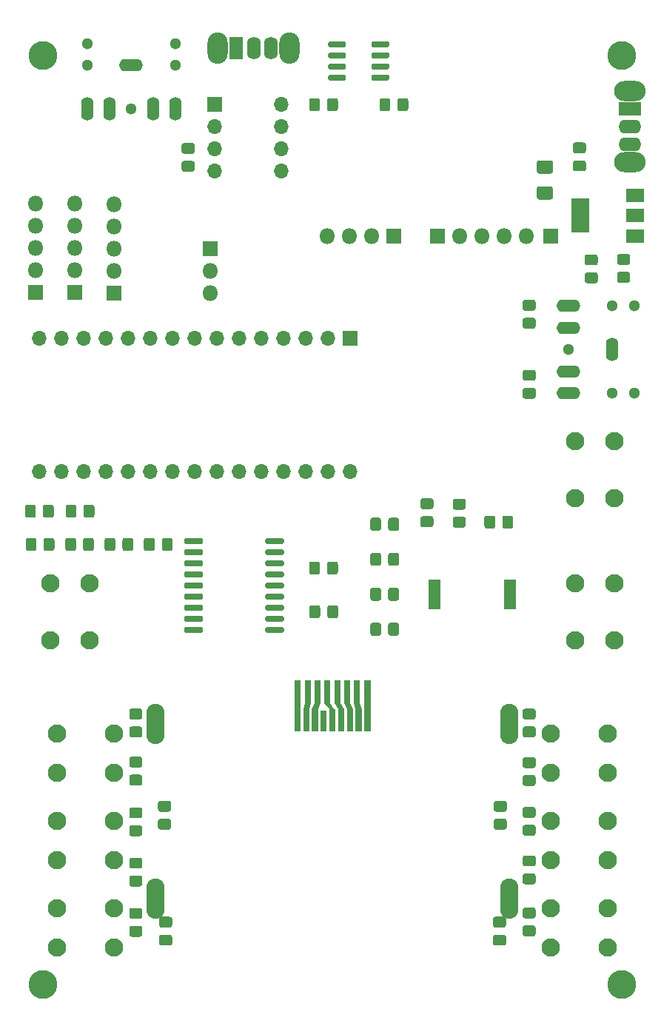
<source format=gbr>
%TF.GenerationSoftware,KiCad,Pcbnew,(5.1.6)-1*%
%TF.CreationDate,2021-02-27T16:06:52+00:00*%
%TF.ProjectId,FT817_buddy_v4,46543831-375f-4627-9564-64795f76342e,rev?*%
%TF.SameCoordinates,Original*%
%TF.FileFunction,Soldermask,Top*%
%TF.FilePolarity,Negative*%
%FSLAX46Y46*%
G04 Gerber Fmt 4.6, Leading zero omitted, Abs format (unit mm)*
G04 Created by KiCad (PCBNEW (5.1.6)-1) date 2021-02-27 16:06:52*
%MOMM*%
%LPD*%
G01*
G04 APERTURE LIST*
%ADD10O,1.800000X1.800000*%
%ADD11R,1.800000X1.800000*%
%ADD12O,1.408000X2.716000*%
%ADD13O,2.716000X1.408000*%
%ADD14C,1.300000*%
%ADD15O,1.700000X1.700000*%
%ADD16R,1.700000X1.700000*%
%ADD17C,3.300000*%
%ADD18C,0.100000*%
%ADD19C,1.600000*%
%ADD20R,0.700000X2.400000*%
%ADD21O,2.100000X4.600000*%
%ADD22R,1.400000X3.500000*%
%ADD23C,2.100000*%
%ADD24O,3.600000X2.300000*%
%ADD25O,2.600000X1.600000*%
%ADD26R,2.600000X1.600000*%
%ADD27O,2.300000X3.600000*%
%ADD28O,1.600000X2.600000*%
%ADD29R,1.600000X2.600000*%
%ADD30R,2.100000X1.600000*%
%ADD31R,2.100000X3.900000*%
G04 APERTURE END LIST*
D10*
%TO.C,J9*%
X136000000Y-45340000D03*
X136000000Y-47880000D03*
X136000000Y-50420000D03*
X136000000Y-52960000D03*
D11*
X136000000Y-55500000D03*
%TD*%
%TO.C,J7*%
X145000000Y-55540000D03*
D10*
X145000000Y-53000000D03*
X145000000Y-50460000D03*
X145000000Y-47920000D03*
X145000000Y-45380000D03*
%TD*%
%TO.C,J8*%
X140500000Y-45320000D03*
X140500000Y-47860000D03*
X140500000Y-50400000D03*
X140500000Y-52940000D03*
D11*
X140500000Y-55480000D03*
%TD*%
D12*
%TO.C,J3*%
X202000000Y-62000000D03*
D13*
X197000000Y-57000000D03*
X197000000Y-59500000D03*
X197000000Y-64500000D03*
X197000000Y-67000000D03*
D14*
X204500000Y-67000000D03*
X202000000Y-67000000D03*
X197000000Y-62000000D03*
X204500000Y-57000000D03*
X202000000Y-57000000D03*
%TD*%
D15*
%TO.C,A1*%
X136440000Y-76000000D03*
X136440000Y-60760000D03*
X172000000Y-76000000D03*
X138980000Y-60760000D03*
X169460000Y-76000000D03*
X141520000Y-60760000D03*
X166920000Y-76000000D03*
X144060000Y-60760000D03*
X164380000Y-76000000D03*
X146600000Y-60760000D03*
X161840000Y-76000000D03*
X149140000Y-60760000D03*
X159300000Y-76000000D03*
X151680000Y-60760000D03*
X156760000Y-76000000D03*
X154220000Y-60760000D03*
X154220000Y-76000000D03*
X156760000Y-60760000D03*
X151680000Y-76000000D03*
X159300000Y-60760000D03*
X149140000Y-76000000D03*
X161840000Y-60760000D03*
X146600000Y-76000000D03*
X164380000Y-60760000D03*
X144060000Y-76000000D03*
X166920000Y-60760000D03*
X141520000Y-76000000D03*
X169460000Y-60760000D03*
X138980000Y-76000000D03*
D16*
X172000000Y-60760000D03*
%TD*%
D10*
%TO.C,J6*%
X156000000Y-55580000D03*
X156000000Y-53040000D03*
D11*
X156000000Y-50500000D03*
%TD*%
D17*
%TO.C,REF\u002A\u002A*%
X136900000Y-28400000D03*
%TD*%
%TO.C,REF\u002A\u002A*%
X203100000Y-28400000D03*
%TD*%
%TO.C,REF\u002A\u002A*%
X203100000Y-134600000D03*
%TD*%
%TO.C,REF\u002A\u002A*%
X136900000Y-134600000D03*
%TD*%
D11*
%TO.C,J5*%
X195000000Y-49000000D03*
%TD*%
D10*
%TO.C,U2*%
X169380000Y-49000000D03*
X171920000Y-49000000D03*
X174460000Y-49000000D03*
D11*
X177000000Y-49000000D03*
%TD*%
D18*
%TO.C,U4*%
G36*
X174309755Y-99800961D02*
G01*
X174319134Y-99803806D01*
X174327779Y-99808427D01*
X174335355Y-99814645D01*
X174341573Y-99822221D01*
X174346194Y-99830866D01*
X174349039Y-99840245D01*
X174350000Y-99850000D01*
X174350000Y-105650000D01*
X174349039Y-105659755D01*
X174346194Y-105669134D01*
X174341573Y-105677779D01*
X174335355Y-105685355D01*
X174327779Y-105691573D01*
X174319134Y-105696194D01*
X174309755Y-105699039D01*
X174300000Y-105700000D01*
X173700000Y-105700000D01*
X173690245Y-105699039D01*
X173680866Y-105696194D01*
X173672221Y-105691573D01*
X173664645Y-105685355D01*
X173658427Y-105677779D01*
X173653806Y-105669134D01*
X173650961Y-105659755D01*
X173650000Y-105650000D01*
X173650000Y-99850000D01*
X173650961Y-99840245D01*
X173653806Y-99830866D01*
X173658427Y-99822221D01*
X173664645Y-99814645D01*
X173672221Y-99808427D01*
X173680866Y-99803806D01*
X173690245Y-99800961D01*
X173700000Y-99800000D01*
X174300000Y-99800000D01*
X174309755Y-99800961D01*
G37*
G36*
X173109755Y-99800961D02*
G01*
X173119134Y-99803806D01*
X173127779Y-99808427D01*
X173135355Y-99814645D01*
X173141573Y-99822221D01*
X173146194Y-99830866D01*
X173149039Y-99840245D01*
X173150000Y-99850000D01*
X173150000Y-102442998D01*
X173348076Y-103136264D01*
X173350000Y-103150000D01*
X173350000Y-105650000D01*
X173349039Y-105659755D01*
X173346194Y-105669134D01*
X173341573Y-105677779D01*
X173335355Y-105685355D01*
X173327779Y-105691573D01*
X173319134Y-105696194D01*
X173309755Y-105699039D01*
X173300000Y-105700000D01*
X172700000Y-105700000D01*
X172690245Y-105699039D01*
X172680866Y-105696194D01*
X172672221Y-105691573D01*
X172664645Y-105685355D01*
X172658427Y-105677779D01*
X172653806Y-105669134D01*
X172650961Y-105659755D01*
X172650000Y-105650000D01*
X172650000Y-103157002D01*
X172451924Y-102463736D01*
X172450000Y-102450000D01*
X172450000Y-99850000D01*
X172450961Y-99840245D01*
X172453806Y-99830866D01*
X172458427Y-99822221D01*
X172464645Y-99814645D01*
X172472221Y-99808427D01*
X172480866Y-99803806D01*
X172490245Y-99800961D01*
X172500000Y-99800000D01*
X173100000Y-99800000D01*
X173109755Y-99800961D01*
G37*
G36*
X172009755Y-99800961D02*
G01*
X172019134Y-99803806D01*
X172027779Y-99808427D01*
X172035355Y-99814645D01*
X172041573Y-99822221D01*
X172046194Y-99830866D01*
X172049039Y-99840245D01*
X172050000Y-99850000D01*
X172050000Y-102439738D01*
X172345957Y-103130304D01*
X172348917Y-103139648D01*
X172350000Y-103150000D01*
X172350000Y-105650000D01*
X172349039Y-105659755D01*
X172346194Y-105669134D01*
X172341573Y-105677779D01*
X172335355Y-105685355D01*
X172327779Y-105691573D01*
X172319134Y-105696194D01*
X172309755Y-105699039D01*
X172300000Y-105700000D01*
X171700000Y-105700000D01*
X171690245Y-105699039D01*
X171680866Y-105696194D01*
X171672221Y-105691573D01*
X171664645Y-105685355D01*
X171658427Y-105677779D01*
X171653806Y-105669134D01*
X171650961Y-105659755D01*
X171650000Y-105650000D01*
X171650000Y-103150000D01*
X171650961Y-103140245D01*
X171653806Y-103130866D01*
X171658427Y-103122221D01*
X171664645Y-103114645D01*
X171672221Y-103108427D01*
X171680866Y-103103806D01*
X171690245Y-103100961D01*
X171700000Y-103100000D01*
X171713841Y-103100000D01*
X171356588Y-102474807D01*
X171352582Y-102465861D01*
X171350399Y-102456306D01*
X171350000Y-102450000D01*
X171350000Y-99850000D01*
X171350961Y-99840245D01*
X171353806Y-99830866D01*
X171358427Y-99822221D01*
X171364645Y-99814645D01*
X171372221Y-99808427D01*
X171380866Y-99803806D01*
X171390245Y-99800961D01*
X171400000Y-99800000D01*
X172000000Y-99800000D01*
X172009755Y-99800961D01*
G37*
G36*
X170909755Y-99800961D02*
G01*
X170919134Y-99803806D01*
X170927779Y-99808427D01*
X170935355Y-99814645D01*
X170941573Y-99822221D01*
X170946194Y-99830866D01*
X170949039Y-99840245D01*
X170950000Y-99850000D01*
X170950000Y-102436722D01*
X171343412Y-103125193D01*
X171347418Y-103134139D01*
X171349601Y-103143694D01*
X171350000Y-103150000D01*
X171350000Y-105650000D01*
X171349039Y-105659755D01*
X171346194Y-105669134D01*
X171341573Y-105677779D01*
X171335355Y-105685355D01*
X171327779Y-105691573D01*
X171319134Y-105696194D01*
X171309755Y-105699039D01*
X171300000Y-105700000D01*
X170700000Y-105700000D01*
X170690245Y-105699039D01*
X170680866Y-105696194D01*
X170672221Y-105691573D01*
X170664645Y-105685355D01*
X170658427Y-105677779D01*
X170653806Y-105669134D01*
X170650961Y-105659755D01*
X170650000Y-105650000D01*
X170650000Y-103150000D01*
X170650961Y-103140245D01*
X170653806Y-103130866D01*
X170658427Y-103122221D01*
X170664645Y-103114645D01*
X170672221Y-103108427D01*
X170680866Y-103103806D01*
X170690245Y-103100961D01*
X170700000Y-103100000D01*
X170702840Y-103100000D01*
X170259313Y-102479062D01*
X170254425Y-102470566D01*
X170251289Y-102461280D01*
X170250000Y-102450000D01*
X170250000Y-99850000D01*
X170250961Y-99840245D01*
X170253806Y-99830866D01*
X170258427Y-99822221D01*
X170264645Y-99814645D01*
X170272221Y-99808427D01*
X170280866Y-99803806D01*
X170290245Y-99800961D01*
X170300000Y-99800000D01*
X170900000Y-99800000D01*
X170909755Y-99800961D01*
G37*
G36*
X168609755Y-99800961D02*
G01*
X168619134Y-99803806D01*
X168627779Y-99808427D01*
X168635355Y-99814645D01*
X168641573Y-99822221D01*
X168646194Y-99830866D01*
X168649039Y-99840245D01*
X168650000Y-99850000D01*
X168650000Y-102450000D01*
X168649039Y-102459755D01*
X168645957Y-102469696D01*
X168350000Y-103160262D01*
X168350000Y-105650000D01*
X168349039Y-105659755D01*
X168346194Y-105669134D01*
X168341573Y-105677779D01*
X168335355Y-105685355D01*
X168327779Y-105691573D01*
X168319134Y-105696194D01*
X168309755Y-105699039D01*
X168300000Y-105700000D01*
X167700000Y-105700000D01*
X167690245Y-105699039D01*
X167680866Y-105696194D01*
X167672221Y-105691573D01*
X167664645Y-105685355D01*
X167658427Y-105677779D01*
X167653806Y-105669134D01*
X167650961Y-105659755D01*
X167650000Y-105650000D01*
X167650000Y-103150000D01*
X167650961Y-103140245D01*
X167654043Y-103130304D01*
X167950000Y-102439738D01*
X167950000Y-99850000D01*
X167950961Y-99840245D01*
X167953806Y-99830866D01*
X167958427Y-99822221D01*
X167964645Y-99814645D01*
X167972221Y-99808427D01*
X167980866Y-99803806D01*
X167990245Y-99800961D01*
X168000000Y-99800000D01*
X168600000Y-99800000D01*
X168609755Y-99800961D01*
G37*
G36*
X167509755Y-99800961D02*
G01*
X167519134Y-99803806D01*
X167527779Y-99808427D01*
X167535355Y-99814645D01*
X167541573Y-99822221D01*
X167546194Y-99830866D01*
X167549039Y-99840245D01*
X167550000Y-99850000D01*
X167550000Y-102450000D01*
X167548076Y-102463736D01*
X167350000Y-103157002D01*
X167350000Y-105650000D01*
X167349039Y-105659755D01*
X167346194Y-105669134D01*
X167341573Y-105677779D01*
X167335355Y-105685355D01*
X167327779Y-105691573D01*
X167319134Y-105696194D01*
X167309755Y-105699039D01*
X167300000Y-105700000D01*
X166700000Y-105700000D01*
X166690245Y-105699039D01*
X166680866Y-105696194D01*
X166672221Y-105691573D01*
X166664645Y-105685355D01*
X166658427Y-105677779D01*
X166653806Y-105669134D01*
X166650961Y-105659755D01*
X166650000Y-105650000D01*
X166650000Y-103150000D01*
X166651924Y-103136264D01*
X166850000Y-102442998D01*
X166850000Y-99850000D01*
X166850961Y-99840245D01*
X166853806Y-99830866D01*
X166858427Y-99822221D01*
X166864645Y-99814645D01*
X166872221Y-99808427D01*
X166880866Y-99803806D01*
X166890245Y-99800961D01*
X166900000Y-99800000D01*
X167500000Y-99800000D01*
X167509755Y-99800961D01*
G37*
G36*
X166309755Y-99800961D02*
G01*
X166319134Y-99803806D01*
X166327779Y-99808427D01*
X166335355Y-99814645D01*
X166341573Y-99822221D01*
X166346194Y-99830866D01*
X166349039Y-99840245D01*
X166350000Y-99850000D01*
X166350000Y-105650000D01*
X166349039Y-105659755D01*
X166346194Y-105669134D01*
X166341573Y-105677779D01*
X166335355Y-105685355D01*
X166327779Y-105691573D01*
X166319134Y-105696194D01*
X166309755Y-105699039D01*
X166300000Y-105700000D01*
X165700000Y-105700000D01*
X165690245Y-105699039D01*
X165680866Y-105696194D01*
X165672221Y-105691573D01*
X165664645Y-105685355D01*
X165658427Y-105677779D01*
X165653806Y-105669134D01*
X165650961Y-105659755D01*
X165650000Y-105650000D01*
X165650000Y-99850000D01*
X165650961Y-99840245D01*
X165653806Y-99830866D01*
X165658427Y-99822221D01*
X165664645Y-99814645D01*
X165672221Y-99808427D01*
X165680866Y-99803806D01*
X165690245Y-99800961D01*
X165700000Y-99800000D01*
X166300000Y-99800000D01*
X166309755Y-99800961D01*
G37*
G36*
X169709755Y-99800961D02*
G01*
X169719134Y-99803806D01*
X169727779Y-99808427D01*
X169735355Y-99814645D01*
X169741573Y-99822221D01*
X169746194Y-99830866D01*
X169749039Y-99840245D01*
X169750000Y-99850000D01*
X169750000Y-102434860D01*
X170193427Y-103100000D01*
X170300000Y-103100000D01*
X170309755Y-103100961D01*
X170319134Y-103103806D01*
X170327779Y-103108427D01*
X170335355Y-103114645D01*
X170341573Y-103122221D01*
X170346194Y-103130866D01*
X170349039Y-103140245D01*
X170350000Y-103150000D01*
X170350000Y-105650000D01*
X170349039Y-105659755D01*
X170346194Y-105669134D01*
X170341573Y-105677779D01*
X170335355Y-105685355D01*
X170327779Y-105691573D01*
X170319134Y-105696194D01*
X170309755Y-105699039D01*
X170300000Y-105700000D01*
X169700000Y-105700000D01*
X169690245Y-105699039D01*
X169680866Y-105696194D01*
X169672221Y-105691573D01*
X169664645Y-105685355D01*
X169658427Y-105677779D01*
X169653806Y-105669134D01*
X169650961Y-105659755D01*
X169650000Y-105650000D01*
X169650000Y-103168497D01*
X169062037Y-102482540D01*
X169056418Y-102474508D01*
X169052475Y-102465535D01*
X169050357Y-102455965D01*
X169050000Y-102450000D01*
X169050000Y-99850000D01*
X169050961Y-99840245D01*
X169053806Y-99830866D01*
X169058427Y-99822221D01*
X169064645Y-99814645D01*
X169072221Y-99808427D01*
X169080866Y-99803806D01*
X169090245Y-99800961D01*
X169100000Y-99800000D01*
X169700000Y-99800000D01*
X169709755Y-99800961D01*
G37*
D19*
X190250000Y-104050000D03*
X190250000Y-106050000D03*
X190250000Y-103550000D03*
D20*
X169000000Y-104500000D03*
D21*
X149750000Y-104800000D03*
X190250000Y-104800000D03*
X149750000Y-124800000D03*
X190250000Y-124800000D03*
D19*
X190250000Y-105300000D03*
X190250000Y-123550000D03*
X190250000Y-126050000D03*
X149750000Y-104050000D03*
X149750000Y-103550000D03*
X149750000Y-105550000D03*
X149750000Y-106050000D03*
X149750000Y-123550000D03*
X149750000Y-126050000D03*
X149750000Y-124300000D03*
X149750000Y-125550000D03*
X190250000Y-124050000D03*
X190250000Y-125300000D03*
%TD*%
D10*
%TO.C,J1*%
X192160000Y-49000000D03*
X189620000Y-49000000D03*
X187080000Y-49000000D03*
X184540000Y-49000000D03*
D11*
X182000000Y-49000000D03*
%TD*%
D22*
%TO.C,BZ1*%
X190350000Y-90000000D03*
X181650000Y-90000000D03*
%TD*%
%TO.C,C1*%
G36*
G01*
X198728262Y-39575000D02*
X197771738Y-39575000D01*
G75*
G02*
X197500000Y-39303262I0J271738D01*
G01*
X197500000Y-38596738D01*
G75*
G02*
X197771738Y-38325000I271738J0D01*
G01*
X198728262Y-38325000D01*
G75*
G02*
X199000000Y-38596738I0J-271738D01*
G01*
X199000000Y-39303262D01*
G75*
G02*
X198728262Y-39575000I-271738J0D01*
G01*
G37*
G36*
G01*
X198728262Y-41625000D02*
X197771738Y-41625000D01*
G75*
G02*
X197500000Y-41353262I0J271738D01*
G01*
X197500000Y-40646738D01*
G75*
G02*
X197771738Y-40375000I271738J0D01*
G01*
X198728262Y-40375000D01*
G75*
G02*
X199000000Y-40646738I0J-271738D01*
G01*
X199000000Y-41353262D01*
G75*
G02*
X198728262Y-41625000I-271738J0D01*
G01*
G37*
%TD*%
%TO.C,C2*%
G36*
G01*
X202821738Y-53125000D02*
X203778262Y-53125000D01*
G75*
G02*
X204050000Y-53396738I0J-271738D01*
G01*
X204050000Y-54103262D01*
G75*
G02*
X203778262Y-54375000I-271738J0D01*
G01*
X202821738Y-54375000D01*
G75*
G02*
X202550000Y-54103262I0J271738D01*
G01*
X202550000Y-53396738D01*
G75*
G02*
X202821738Y-53125000I271738J0D01*
G01*
G37*
G36*
G01*
X202821738Y-51075000D02*
X203778262Y-51075000D01*
G75*
G02*
X204050000Y-51346738I0J-271738D01*
G01*
X204050000Y-52053262D01*
G75*
G02*
X203778262Y-52325000I-271738J0D01*
G01*
X202821738Y-52325000D01*
G75*
G02*
X202550000Y-52053262I0J271738D01*
G01*
X202550000Y-51346738D01*
G75*
G02*
X202821738Y-51075000I271738J0D01*
G01*
G37*
%TD*%
%TO.C,C3*%
G36*
G01*
X199121738Y-53175000D02*
X200078262Y-53175000D01*
G75*
G02*
X200350000Y-53446738I0J-271738D01*
G01*
X200350000Y-54153262D01*
G75*
G02*
X200078262Y-54425000I-271738J0D01*
G01*
X199121738Y-54425000D01*
G75*
G02*
X198850000Y-54153262I0J271738D01*
G01*
X198850000Y-53446738D01*
G75*
G02*
X199121738Y-53175000I271738J0D01*
G01*
G37*
G36*
G01*
X199121738Y-51125000D02*
X200078262Y-51125000D01*
G75*
G02*
X200350000Y-51396738I0J-271738D01*
G01*
X200350000Y-52103262D01*
G75*
G02*
X200078262Y-52375000I-271738J0D01*
G01*
X199121738Y-52375000D01*
G75*
G02*
X198850000Y-52103262I0J271738D01*
G01*
X198850000Y-51396738D01*
G75*
G02*
X199121738Y-51125000I271738J0D01*
G01*
G37*
%TD*%
%TO.C,C4*%
G36*
G01*
X177425000Y-34478262D02*
X177425000Y-33521738D01*
G75*
G02*
X177696738Y-33250000I271738J0D01*
G01*
X178403262Y-33250000D01*
G75*
G02*
X178675000Y-33521738I0J-271738D01*
G01*
X178675000Y-34478262D01*
G75*
G02*
X178403262Y-34750000I-271738J0D01*
G01*
X177696738Y-34750000D01*
G75*
G02*
X177425000Y-34478262I0J271738D01*
G01*
G37*
G36*
G01*
X175375000Y-34478262D02*
X175375000Y-33521738D01*
G75*
G02*
X175646738Y-33250000I271738J0D01*
G01*
X176353262Y-33250000D01*
G75*
G02*
X176625000Y-33521738I0J-271738D01*
G01*
X176625000Y-34478262D01*
G75*
G02*
X176353262Y-34750000I-271738J0D01*
G01*
X175646738Y-34750000D01*
G75*
G02*
X175375000Y-34478262I0J271738D01*
G01*
G37*
%TD*%
%TO.C,C5*%
G36*
G01*
X168575000Y-33521738D02*
X168575000Y-34478262D01*
G75*
G02*
X168303262Y-34750000I-271738J0D01*
G01*
X167596738Y-34750000D01*
G75*
G02*
X167325000Y-34478262I0J271738D01*
G01*
X167325000Y-33521738D01*
G75*
G02*
X167596738Y-33250000I271738J0D01*
G01*
X168303262Y-33250000D01*
G75*
G02*
X168575000Y-33521738I0J-271738D01*
G01*
G37*
G36*
G01*
X170625000Y-33521738D02*
X170625000Y-34478262D01*
G75*
G02*
X170353262Y-34750000I-271738J0D01*
G01*
X169646738Y-34750000D01*
G75*
G02*
X169375000Y-34478262I0J271738D01*
G01*
X169375000Y-33521738D01*
G75*
G02*
X169646738Y-33250000I271738J0D01*
G01*
X170353262Y-33250000D01*
G75*
G02*
X170625000Y-33521738I0J-271738D01*
G01*
G37*
%TD*%
%TO.C,C10*%
G36*
G01*
X168600000Y-91521738D02*
X168600000Y-92478262D01*
G75*
G02*
X168328262Y-92750000I-271738J0D01*
G01*
X167621738Y-92750000D01*
G75*
G02*
X167350000Y-92478262I0J271738D01*
G01*
X167350000Y-91521738D01*
G75*
G02*
X167621738Y-91250000I271738J0D01*
G01*
X168328262Y-91250000D01*
G75*
G02*
X168600000Y-91521738I0J-271738D01*
G01*
G37*
G36*
G01*
X170650000Y-91521738D02*
X170650000Y-92478262D01*
G75*
G02*
X170378262Y-92750000I-271738J0D01*
G01*
X169671738Y-92750000D01*
G75*
G02*
X169400000Y-92478262I0J271738D01*
G01*
X169400000Y-91521738D01*
G75*
G02*
X169671738Y-91250000I271738J0D01*
G01*
X170378262Y-91250000D01*
G75*
G02*
X170650000Y-91521738I0J-271738D01*
G01*
G37*
%TD*%
%TO.C,D1*%
G36*
G01*
X151278262Y-114875000D02*
X150321738Y-114875000D01*
G75*
G02*
X150050000Y-114603262I0J271738D01*
G01*
X150050000Y-113896738D01*
G75*
G02*
X150321738Y-113625000I271738J0D01*
G01*
X151278262Y-113625000D01*
G75*
G02*
X151550000Y-113896738I0J-271738D01*
G01*
X151550000Y-114603262D01*
G75*
G02*
X151278262Y-114875000I-271738J0D01*
G01*
G37*
G36*
G01*
X151278262Y-116925000D02*
X150321738Y-116925000D01*
G75*
G02*
X150050000Y-116653262I0J271738D01*
G01*
X150050000Y-115946738D01*
G75*
G02*
X150321738Y-115675000I271738J0D01*
G01*
X151278262Y-115675000D01*
G75*
G02*
X151550000Y-115946738I0J-271738D01*
G01*
X151550000Y-116653262D01*
G75*
G02*
X151278262Y-116925000I-271738J0D01*
G01*
G37*
%TD*%
%TO.C,D2*%
G36*
G01*
X151398262Y-128135000D02*
X150441738Y-128135000D01*
G75*
G02*
X150170000Y-127863262I0J271738D01*
G01*
X150170000Y-127156738D01*
G75*
G02*
X150441738Y-126885000I271738J0D01*
G01*
X151398262Y-126885000D01*
G75*
G02*
X151670000Y-127156738I0J-271738D01*
G01*
X151670000Y-127863262D01*
G75*
G02*
X151398262Y-128135000I-271738J0D01*
G01*
G37*
G36*
G01*
X151398262Y-130185000D02*
X150441738Y-130185000D01*
G75*
G02*
X150170000Y-129913262I0J271738D01*
G01*
X150170000Y-129206738D01*
G75*
G02*
X150441738Y-128935000I271738J0D01*
G01*
X151398262Y-128935000D01*
G75*
G02*
X151670000Y-129206738I0J-271738D01*
G01*
X151670000Y-129913262D01*
G75*
G02*
X151398262Y-130185000I-271738J0D01*
G01*
G37*
%TD*%
%TO.C,D3*%
G36*
G01*
X189588262Y-128135000D02*
X188631738Y-128135000D01*
G75*
G02*
X188360000Y-127863262I0J271738D01*
G01*
X188360000Y-127156738D01*
G75*
G02*
X188631738Y-126885000I271738J0D01*
G01*
X189588262Y-126885000D01*
G75*
G02*
X189860000Y-127156738I0J-271738D01*
G01*
X189860000Y-127863262D01*
G75*
G02*
X189588262Y-128135000I-271738J0D01*
G01*
G37*
G36*
G01*
X189588262Y-130185000D02*
X188631738Y-130185000D01*
G75*
G02*
X188360000Y-129913262I0J271738D01*
G01*
X188360000Y-129206738D01*
G75*
G02*
X188631738Y-128935000I271738J0D01*
G01*
X189588262Y-128935000D01*
G75*
G02*
X189860000Y-129206738I0J-271738D01*
G01*
X189860000Y-129913262D01*
G75*
G02*
X189588262Y-130185000I-271738J0D01*
G01*
G37*
%TD*%
%TO.C,D4*%
G36*
G01*
X189678262Y-114875000D02*
X188721738Y-114875000D01*
G75*
G02*
X188450000Y-114603262I0J271738D01*
G01*
X188450000Y-113896738D01*
G75*
G02*
X188721738Y-113625000I271738J0D01*
G01*
X189678262Y-113625000D01*
G75*
G02*
X189950000Y-113896738I0J-271738D01*
G01*
X189950000Y-114603262D01*
G75*
G02*
X189678262Y-114875000I-271738J0D01*
G01*
G37*
G36*
G01*
X189678262Y-116925000D02*
X188721738Y-116925000D01*
G75*
G02*
X188450000Y-116653262I0J271738D01*
G01*
X188450000Y-115946738D01*
G75*
G02*
X188721738Y-115675000I271738J0D01*
G01*
X189678262Y-115675000D01*
G75*
G02*
X189950000Y-115946738I0J-271738D01*
G01*
X189950000Y-116653262D01*
G75*
G02*
X189678262Y-116925000I-271738J0D01*
G01*
G37*
%TD*%
%TO.C,D5*%
G36*
G01*
X188625000Y-81271738D02*
X188625000Y-82228262D01*
G75*
G02*
X188353262Y-82500000I-271738J0D01*
G01*
X187646738Y-82500000D01*
G75*
G02*
X187375000Y-82228262I0J271738D01*
G01*
X187375000Y-81271738D01*
G75*
G02*
X187646738Y-81000000I271738J0D01*
G01*
X188353262Y-81000000D01*
G75*
G02*
X188625000Y-81271738I0J-271738D01*
G01*
G37*
G36*
G01*
X190675000Y-81271738D02*
X190675000Y-82228262D01*
G75*
G02*
X190403262Y-82500000I-271738J0D01*
G01*
X189696738Y-82500000D01*
G75*
G02*
X189425000Y-82228262I0J271738D01*
G01*
X189425000Y-81271738D01*
G75*
G02*
X189696738Y-81000000I271738J0D01*
G01*
X190403262Y-81000000D01*
G75*
G02*
X190675000Y-81271738I0J-271738D01*
G01*
G37*
%TD*%
%TO.C,F1*%
G36*
G01*
X193642544Y-43337500D02*
X194957456Y-43337500D01*
G75*
G02*
X195225000Y-43605044I0J-267544D01*
G01*
X195225000Y-44594956D01*
G75*
G02*
X194957456Y-44862500I-267544J0D01*
G01*
X193642544Y-44862500D01*
G75*
G02*
X193375000Y-44594956I0J267544D01*
G01*
X193375000Y-43605044D01*
G75*
G02*
X193642544Y-43337500I267544J0D01*
G01*
G37*
G36*
G01*
X193642544Y-40362500D02*
X194957456Y-40362500D01*
G75*
G02*
X195225000Y-40630044I0J-267544D01*
G01*
X195225000Y-41619956D01*
G75*
G02*
X194957456Y-41887500I-267544J0D01*
G01*
X193642544Y-41887500D01*
G75*
G02*
X193375000Y-41619956I0J267544D01*
G01*
X193375000Y-40630044D01*
G75*
G02*
X193642544Y-40362500I267544J0D01*
G01*
G37*
%TD*%
D15*
%TO.C,J4*%
X164120000Y-34000000D03*
X156500000Y-41620000D03*
X164120000Y-36540000D03*
X156500000Y-39080000D03*
X164120000Y-39080000D03*
X156500000Y-36540000D03*
X164120000Y-41620000D03*
D16*
X156500000Y-34000000D03*
%TD*%
%TO.C,R2*%
G36*
G01*
X147021738Y-105125000D02*
X147978262Y-105125000D01*
G75*
G02*
X148250000Y-105396738I0J-271738D01*
G01*
X148250000Y-106103262D01*
G75*
G02*
X147978262Y-106375000I-271738J0D01*
G01*
X147021738Y-106375000D01*
G75*
G02*
X146750000Y-106103262I0J271738D01*
G01*
X146750000Y-105396738D01*
G75*
G02*
X147021738Y-105125000I271738J0D01*
G01*
G37*
G36*
G01*
X147021738Y-103075000D02*
X147978262Y-103075000D01*
G75*
G02*
X148250000Y-103346738I0J-271738D01*
G01*
X148250000Y-104053262D01*
G75*
G02*
X147978262Y-104325000I-271738J0D01*
G01*
X147021738Y-104325000D01*
G75*
G02*
X146750000Y-104053262I0J271738D01*
G01*
X146750000Y-103346738D01*
G75*
G02*
X147021738Y-103075000I271738J0D01*
G01*
G37*
%TD*%
%TO.C,R3*%
G36*
G01*
X147021738Y-110625000D02*
X147978262Y-110625000D01*
G75*
G02*
X148250000Y-110896738I0J-271738D01*
G01*
X148250000Y-111603262D01*
G75*
G02*
X147978262Y-111875000I-271738J0D01*
G01*
X147021738Y-111875000D01*
G75*
G02*
X146750000Y-111603262I0J271738D01*
G01*
X146750000Y-110896738D01*
G75*
G02*
X147021738Y-110625000I271738J0D01*
G01*
G37*
G36*
G01*
X147021738Y-108575000D02*
X147978262Y-108575000D01*
G75*
G02*
X148250000Y-108846738I0J-271738D01*
G01*
X148250000Y-109553262D01*
G75*
G02*
X147978262Y-109825000I-271738J0D01*
G01*
X147021738Y-109825000D01*
G75*
G02*
X146750000Y-109553262I0J271738D01*
G01*
X146750000Y-108846738D01*
G75*
G02*
X147021738Y-108575000I271738J0D01*
G01*
G37*
%TD*%
%TO.C,R4*%
G36*
G01*
X147021738Y-122175000D02*
X147978262Y-122175000D01*
G75*
G02*
X148250000Y-122446738I0J-271738D01*
G01*
X148250000Y-123153262D01*
G75*
G02*
X147978262Y-123425000I-271738J0D01*
G01*
X147021738Y-123425000D01*
G75*
G02*
X146750000Y-123153262I0J271738D01*
G01*
X146750000Y-122446738D01*
G75*
G02*
X147021738Y-122175000I271738J0D01*
G01*
G37*
G36*
G01*
X147021738Y-120125000D02*
X147978262Y-120125000D01*
G75*
G02*
X148250000Y-120396738I0J-271738D01*
G01*
X148250000Y-121103262D01*
G75*
G02*
X147978262Y-121375000I-271738J0D01*
G01*
X147021738Y-121375000D01*
G75*
G02*
X146750000Y-121103262I0J271738D01*
G01*
X146750000Y-120396738D01*
G75*
G02*
X147021738Y-120125000I271738J0D01*
G01*
G37*
%TD*%
%TO.C,R5*%
G36*
G01*
X192978262Y-104325000D02*
X192021738Y-104325000D01*
G75*
G02*
X191750000Y-104053262I0J271738D01*
G01*
X191750000Y-103346738D01*
G75*
G02*
X192021738Y-103075000I271738J0D01*
G01*
X192978262Y-103075000D01*
G75*
G02*
X193250000Y-103346738I0J-271738D01*
G01*
X193250000Y-104053262D01*
G75*
G02*
X192978262Y-104325000I-271738J0D01*
G01*
G37*
G36*
G01*
X192978262Y-106375000D02*
X192021738Y-106375000D01*
G75*
G02*
X191750000Y-106103262I0J271738D01*
G01*
X191750000Y-105396738D01*
G75*
G02*
X192021738Y-105125000I271738J0D01*
G01*
X192978262Y-105125000D01*
G75*
G02*
X193250000Y-105396738I0J-271738D01*
G01*
X193250000Y-106103262D01*
G75*
G02*
X192978262Y-106375000I-271738J0D01*
G01*
G37*
%TD*%
%TO.C,R6*%
G36*
G01*
X192021738Y-116375000D02*
X192978262Y-116375000D01*
G75*
G02*
X193250000Y-116646738I0J-271738D01*
G01*
X193250000Y-117353262D01*
G75*
G02*
X192978262Y-117625000I-271738J0D01*
G01*
X192021738Y-117625000D01*
G75*
G02*
X191750000Y-117353262I0J271738D01*
G01*
X191750000Y-116646738D01*
G75*
G02*
X192021738Y-116375000I271738J0D01*
G01*
G37*
G36*
G01*
X192021738Y-114325000D02*
X192978262Y-114325000D01*
G75*
G02*
X193250000Y-114596738I0J-271738D01*
G01*
X193250000Y-115303262D01*
G75*
G02*
X192978262Y-115575000I-271738J0D01*
G01*
X192021738Y-115575000D01*
G75*
G02*
X191750000Y-115303262I0J271738D01*
G01*
X191750000Y-114596738D01*
G75*
G02*
X192021738Y-114325000I271738J0D01*
G01*
G37*
%TD*%
%TO.C,R7*%
G36*
G01*
X192021738Y-121925000D02*
X192978262Y-121925000D01*
G75*
G02*
X193250000Y-122196738I0J-271738D01*
G01*
X193250000Y-122903262D01*
G75*
G02*
X192978262Y-123175000I-271738J0D01*
G01*
X192021738Y-123175000D01*
G75*
G02*
X191750000Y-122903262I0J271738D01*
G01*
X191750000Y-122196738D01*
G75*
G02*
X192021738Y-121925000I271738J0D01*
G01*
G37*
G36*
G01*
X192021738Y-119875000D02*
X192978262Y-119875000D01*
G75*
G02*
X193250000Y-120146738I0J-271738D01*
G01*
X193250000Y-120853262D01*
G75*
G02*
X192978262Y-121125000I-271738J0D01*
G01*
X192021738Y-121125000D01*
G75*
G02*
X191750000Y-120853262I0J271738D01*
G01*
X191750000Y-120146738D01*
G75*
G02*
X192021738Y-119875000I271738J0D01*
G01*
G37*
%TD*%
%TO.C,R8*%
G36*
G01*
X169375000Y-87478262D02*
X169375000Y-86521738D01*
G75*
G02*
X169646738Y-86250000I271738J0D01*
G01*
X170353262Y-86250000D01*
G75*
G02*
X170625000Y-86521738I0J-271738D01*
G01*
X170625000Y-87478262D01*
G75*
G02*
X170353262Y-87750000I-271738J0D01*
G01*
X169646738Y-87750000D01*
G75*
G02*
X169375000Y-87478262I0J271738D01*
G01*
G37*
G36*
G01*
X167325000Y-87478262D02*
X167325000Y-86521738D01*
G75*
G02*
X167596738Y-86250000I271738J0D01*
G01*
X168303262Y-86250000D01*
G75*
G02*
X168575000Y-86521738I0J-271738D01*
G01*
X168575000Y-87478262D01*
G75*
G02*
X168303262Y-87750000I-271738J0D01*
G01*
X167596738Y-87750000D01*
G75*
G02*
X167325000Y-87478262I0J271738D01*
G01*
G37*
%TD*%
%TO.C,R9*%
G36*
G01*
X176375000Y-82478262D02*
X176375000Y-81521738D01*
G75*
G02*
X176646738Y-81250000I271738J0D01*
G01*
X177353262Y-81250000D01*
G75*
G02*
X177625000Y-81521738I0J-271738D01*
G01*
X177625000Y-82478262D01*
G75*
G02*
X177353262Y-82750000I-271738J0D01*
G01*
X176646738Y-82750000D01*
G75*
G02*
X176375000Y-82478262I0J271738D01*
G01*
G37*
G36*
G01*
X174325000Y-82478262D02*
X174325000Y-81521738D01*
G75*
G02*
X174596738Y-81250000I271738J0D01*
G01*
X175303262Y-81250000D01*
G75*
G02*
X175575000Y-81521738I0J-271738D01*
G01*
X175575000Y-82478262D01*
G75*
G02*
X175303262Y-82750000I-271738J0D01*
G01*
X174596738Y-82750000D01*
G75*
G02*
X174325000Y-82478262I0J271738D01*
G01*
G37*
%TD*%
%TO.C,R10*%
G36*
G01*
X176375000Y-86478262D02*
X176375000Y-85521738D01*
G75*
G02*
X176646738Y-85250000I271738J0D01*
G01*
X177353262Y-85250000D01*
G75*
G02*
X177625000Y-85521738I0J-271738D01*
G01*
X177625000Y-86478262D01*
G75*
G02*
X177353262Y-86750000I-271738J0D01*
G01*
X176646738Y-86750000D01*
G75*
G02*
X176375000Y-86478262I0J271738D01*
G01*
G37*
G36*
G01*
X174325000Y-86478262D02*
X174325000Y-85521738D01*
G75*
G02*
X174596738Y-85250000I271738J0D01*
G01*
X175303262Y-85250000D01*
G75*
G02*
X175575000Y-85521738I0J-271738D01*
G01*
X175575000Y-86478262D01*
G75*
G02*
X175303262Y-86750000I-271738J0D01*
G01*
X174596738Y-86750000D01*
G75*
G02*
X174325000Y-86478262I0J271738D01*
G01*
G37*
%TD*%
%TO.C,R11*%
G36*
G01*
X176375000Y-90478262D02*
X176375000Y-89521738D01*
G75*
G02*
X176646738Y-89250000I271738J0D01*
G01*
X177353262Y-89250000D01*
G75*
G02*
X177625000Y-89521738I0J-271738D01*
G01*
X177625000Y-90478262D01*
G75*
G02*
X177353262Y-90750000I-271738J0D01*
G01*
X176646738Y-90750000D01*
G75*
G02*
X176375000Y-90478262I0J271738D01*
G01*
G37*
G36*
G01*
X174325000Y-90478262D02*
X174325000Y-89521738D01*
G75*
G02*
X174596738Y-89250000I271738J0D01*
G01*
X175303262Y-89250000D01*
G75*
G02*
X175575000Y-89521738I0J-271738D01*
G01*
X175575000Y-90478262D01*
G75*
G02*
X175303262Y-90750000I-271738J0D01*
G01*
X174596738Y-90750000D01*
G75*
G02*
X174325000Y-90478262I0J271738D01*
G01*
G37*
%TD*%
%TO.C,R12*%
G36*
G01*
X147978262Y-115625000D02*
X147021738Y-115625000D01*
G75*
G02*
X146750000Y-115353262I0J271738D01*
G01*
X146750000Y-114646738D01*
G75*
G02*
X147021738Y-114375000I271738J0D01*
G01*
X147978262Y-114375000D01*
G75*
G02*
X148250000Y-114646738I0J-271738D01*
G01*
X148250000Y-115353262D01*
G75*
G02*
X147978262Y-115625000I-271738J0D01*
G01*
G37*
G36*
G01*
X147978262Y-117675000D02*
X147021738Y-117675000D01*
G75*
G02*
X146750000Y-117403262I0J271738D01*
G01*
X146750000Y-116696738D01*
G75*
G02*
X147021738Y-116425000I271738J0D01*
G01*
X147978262Y-116425000D01*
G75*
G02*
X148250000Y-116696738I0J-271738D01*
G01*
X148250000Y-117403262D01*
G75*
G02*
X147978262Y-117675000I-271738J0D01*
G01*
G37*
%TD*%
%TO.C,R13*%
G36*
G01*
X147021738Y-127925000D02*
X147978262Y-127925000D01*
G75*
G02*
X148250000Y-128196738I0J-271738D01*
G01*
X148250000Y-128903262D01*
G75*
G02*
X147978262Y-129175000I-271738J0D01*
G01*
X147021738Y-129175000D01*
G75*
G02*
X146750000Y-128903262I0J271738D01*
G01*
X146750000Y-128196738D01*
G75*
G02*
X147021738Y-127925000I271738J0D01*
G01*
G37*
G36*
G01*
X147021738Y-125875000D02*
X147978262Y-125875000D01*
G75*
G02*
X148250000Y-126146738I0J-271738D01*
G01*
X148250000Y-126853262D01*
G75*
G02*
X147978262Y-127125000I-271738J0D01*
G01*
X147021738Y-127125000D01*
G75*
G02*
X146750000Y-126853262I0J271738D01*
G01*
X146750000Y-126146738D01*
G75*
G02*
X147021738Y-125875000I271738J0D01*
G01*
G37*
%TD*%
%TO.C,R14*%
G36*
G01*
X192978262Y-127075000D02*
X192021738Y-127075000D01*
G75*
G02*
X191750000Y-126803262I0J271738D01*
G01*
X191750000Y-126096738D01*
G75*
G02*
X192021738Y-125825000I271738J0D01*
G01*
X192978262Y-125825000D01*
G75*
G02*
X193250000Y-126096738I0J-271738D01*
G01*
X193250000Y-126803262D01*
G75*
G02*
X192978262Y-127075000I-271738J0D01*
G01*
G37*
G36*
G01*
X192978262Y-129125000D02*
X192021738Y-129125000D01*
G75*
G02*
X191750000Y-128853262I0J271738D01*
G01*
X191750000Y-128146738D01*
G75*
G02*
X192021738Y-127875000I271738J0D01*
G01*
X192978262Y-127875000D01*
G75*
G02*
X193250000Y-128146738I0J-271738D01*
G01*
X193250000Y-128853262D01*
G75*
G02*
X192978262Y-129125000I-271738J0D01*
G01*
G37*
%TD*%
%TO.C,R15*%
G36*
G01*
X192978262Y-109875000D02*
X192021738Y-109875000D01*
G75*
G02*
X191750000Y-109603262I0J271738D01*
G01*
X191750000Y-108896738D01*
G75*
G02*
X192021738Y-108625000I271738J0D01*
G01*
X192978262Y-108625000D01*
G75*
G02*
X193250000Y-108896738I0J-271738D01*
G01*
X193250000Y-109603262D01*
G75*
G02*
X192978262Y-109875000I-271738J0D01*
G01*
G37*
G36*
G01*
X192978262Y-111925000D02*
X192021738Y-111925000D01*
G75*
G02*
X191750000Y-111653262I0J271738D01*
G01*
X191750000Y-110946738D01*
G75*
G02*
X192021738Y-110675000I271738J0D01*
G01*
X192978262Y-110675000D01*
G75*
G02*
X193250000Y-110946738I0J-271738D01*
G01*
X193250000Y-111653262D01*
G75*
G02*
X192978262Y-111925000I-271738J0D01*
G01*
G37*
%TD*%
%TO.C,R16*%
G36*
G01*
X176375000Y-94478262D02*
X176375000Y-93521738D01*
G75*
G02*
X176646738Y-93250000I271738J0D01*
G01*
X177353262Y-93250000D01*
G75*
G02*
X177625000Y-93521738I0J-271738D01*
G01*
X177625000Y-94478262D01*
G75*
G02*
X177353262Y-94750000I-271738J0D01*
G01*
X176646738Y-94750000D01*
G75*
G02*
X176375000Y-94478262I0J271738D01*
G01*
G37*
G36*
G01*
X174325000Y-94478262D02*
X174325000Y-93521738D01*
G75*
G02*
X174596738Y-93250000I271738J0D01*
G01*
X175303262Y-93250000D01*
G75*
G02*
X175575000Y-93521738I0J-271738D01*
G01*
X175575000Y-94478262D01*
G75*
G02*
X175303262Y-94750000I-271738J0D01*
G01*
X174596738Y-94750000D01*
G75*
G02*
X174325000Y-94478262I0J271738D01*
G01*
G37*
%TD*%
D23*
%TO.C,SW1*%
X138500000Y-110400000D03*
X138500000Y-105900000D03*
X145000000Y-110400000D03*
X145000000Y-105900000D03*
%TD*%
%TO.C,SW2*%
X138500000Y-120400000D03*
X138500000Y-115900000D03*
X145000000Y-120400000D03*
X145000000Y-115900000D03*
%TD*%
%TO.C,SW3*%
X138500000Y-130400000D03*
X138500000Y-125900000D03*
X145000000Y-130400000D03*
X145000000Y-125900000D03*
%TD*%
%TO.C,SW4*%
X201500000Y-105900000D03*
X201500000Y-110400000D03*
X195000000Y-105900000D03*
X195000000Y-110400000D03*
%TD*%
%TO.C,SW5*%
X201500000Y-115900000D03*
X201500000Y-120400000D03*
X195000000Y-115900000D03*
X195000000Y-120400000D03*
%TD*%
%TO.C,SW6*%
X201500000Y-125900000D03*
X201500000Y-130400000D03*
X195000000Y-125900000D03*
X195000000Y-130400000D03*
%TD*%
%TO.C,SW7*%
X137750000Y-88750000D03*
X142250000Y-88750000D03*
X137750000Y-95250000D03*
X142250000Y-95250000D03*
%TD*%
%TO.C,SW8*%
X197750000Y-72500000D03*
X202250000Y-72500000D03*
X197750000Y-79000000D03*
X202250000Y-79000000D03*
%TD*%
%TO.C,SW9*%
X197750000Y-88750000D03*
X202250000Y-88750000D03*
X197750000Y-95250000D03*
X202250000Y-95250000D03*
%TD*%
D24*
%TO.C,SW10*%
X204000000Y-40600000D03*
X204000000Y-32400000D03*
D25*
X204000000Y-38500000D03*
X204000000Y-36500000D03*
D26*
X204000000Y-34500000D03*
%TD*%
D27*
%TO.C,SW11*%
X165100000Y-27500000D03*
X156900000Y-27500000D03*
D28*
X163000000Y-27500000D03*
X161000000Y-27500000D03*
D29*
X159000000Y-27500000D03*
%TD*%
D30*
%TO.C,U1*%
X204650000Y-49000000D03*
X204650000Y-44400000D03*
X204650000Y-46700000D03*
D31*
X198350000Y-46700000D03*
%TD*%
%TO.C,U3*%
G36*
G01*
X171550000Y-30730000D02*
X171550000Y-31080000D01*
G75*
G02*
X171375000Y-31255000I-175000J0D01*
G01*
X169675000Y-31255000D01*
G75*
G02*
X169500000Y-31080000I0J175000D01*
G01*
X169500000Y-30730000D01*
G75*
G02*
X169675000Y-30555000I175000J0D01*
G01*
X171375000Y-30555000D01*
G75*
G02*
X171550000Y-30730000I0J-175000D01*
G01*
G37*
G36*
G01*
X171550000Y-29460000D02*
X171550000Y-29810000D01*
G75*
G02*
X171375000Y-29985000I-175000J0D01*
G01*
X169675000Y-29985000D01*
G75*
G02*
X169500000Y-29810000I0J175000D01*
G01*
X169500000Y-29460000D01*
G75*
G02*
X169675000Y-29285000I175000J0D01*
G01*
X171375000Y-29285000D01*
G75*
G02*
X171550000Y-29460000I0J-175000D01*
G01*
G37*
G36*
G01*
X171550000Y-28190000D02*
X171550000Y-28540000D01*
G75*
G02*
X171375000Y-28715000I-175000J0D01*
G01*
X169675000Y-28715000D01*
G75*
G02*
X169500000Y-28540000I0J175000D01*
G01*
X169500000Y-28190000D01*
G75*
G02*
X169675000Y-28015000I175000J0D01*
G01*
X171375000Y-28015000D01*
G75*
G02*
X171550000Y-28190000I0J-175000D01*
G01*
G37*
G36*
G01*
X171550000Y-26920000D02*
X171550000Y-27270000D01*
G75*
G02*
X171375000Y-27445000I-175000J0D01*
G01*
X169675000Y-27445000D01*
G75*
G02*
X169500000Y-27270000I0J175000D01*
G01*
X169500000Y-26920000D01*
G75*
G02*
X169675000Y-26745000I175000J0D01*
G01*
X171375000Y-26745000D01*
G75*
G02*
X171550000Y-26920000I0J-175000D01*
G01*
G37*
G36*
G01*
X176500000Y-26920000D02*
X176500000Y-27270000D01*
G75*
G02*
X176325000Y-27445000I-175000J0D01*
G01*
X174625000Y-27445000D01*
G75*
G02*
X174450000Y-27270000I0J175000D01*
G01*
X174450000Y-26920000D01*
G75*
G02*
X174625000Y-26745000I175000J0D01*
G01*
X176325000Y-26745000D01*
G75*
G02*
X176500000Y-26920000I0J-175000D01*
G01*
G37*
G36*
G01*
X176500000Y-28190000D02*
X176500000Y-28540000D01*
G75*
G02*
X176325000Y-28715000I-175000J0D01*
G01*
X174625000Y-28715000D01*
G75*
G02*
X174450000Y-28540000I0J175000D01*
G01*
X174450000Y-28190000D01*
G75*
G02*
X174625000Y-28015000I175000J0D01*
G01*
X176325000Y-28015000D01*
G75*
G02*
X176500000Y-28190000I0J-175000D01*
G01*
G37*
G36*
G01*
X176500000Y-29460000D02*
X176500000Y-29810000D01*
G75*
G02*
X176325000Y-29985000I-175000J0D01*
G01*
X174625000Y-29985000D01*
G75*
G02*
X174450000Y-29810000I0J175000D01*
G01*
X174450000Y-29460000D01*
G75*
G02*
X174625000Y-29285000I175000J0D01*
G01*
X176325000Y-29285000D01*
G75*
G02*
X176500000Y-29460000I0J-175000D01*
G01*
G37*
G36*
G01*
X176500000Y-30730000D02*
X176500000Y-31080000D01*
G75*
G02*
X176325000Y-31255000I-175000J0D01*
G01*
X174625000Y-31255000D01*
G75*
G02*
X174450000Y-31080000I0J175000D01*
G01*
X174450000Y-30730000D01*
G75*
G02*
X174625000Y-30555000I175000J0D01*
G01*
X176325000Y-30555000D01*
G75*
G02*
X176500000Y-30730000I0J-175000D01*
G01*
G37*
%TD*%
%TO.C,U5*%
G36*
G01*
X155175000Y-93905000D02*
X155175000Y-94255000D01*
G75*
G02*
X155000000Y-94430000I-175000J0D01*
G01*
X153200000Y-94430000D01*
G75*
G02*
X153025000Y-94255000I0J175000D01*
G01*
X153025000Y-93905000D01*
G75*
G02*
X153200000Y-93730000I175000J0D01*
G01*
X155000000Y-93730000D01*
G75*
G02*
X155175000Y-93905000I0J-175000D01*
G01*
G37*
G36*
G01*
X155175000Y-92635000D02*
X155175000Y-92985000D01*
G75*
G02*
X155000000Y-93160000I-175000J0D01*
G01*
X153200000Y-93160000D01*
G75*
G02*
X153025000Y-92985000I0J175000D01*
G01*
X153025000Y-92635000D01*
G75*
G02*
X153200000Y-92460000I175000J0D01*
G01*
X155000000Y-92460000D01*
G75*
G02*
X155175000Y-92635000I0J-175000D01*
G01*
G37*
G36*
G01*
X155175000Y-91365000D02*
X155175000Y-91715000D01*
G75*
G02*
X155000000Y-91890000I-175000J0D01*
G01*
X153200000Y-91890000D01*
G75*
G02*
X153025000Y-91715000I0J175000D01*
G01*
X153025000Y-91365000D01*
G75*
G02*
X153200000Y-91190000I175000J0D01*
G01*
X155000000Y-91190000D01*
G75*
G02*
X155175000Y-91365000I0J-175000D01*
G01*
G37*
G36*
G01*
X155175000Y-90095000D02*
X155175000Y-90445000D01*
G75*
G02*
X155000000Y-90620000I-175000J0D01*
G01*
X153200000Y-90620000D01*
G75*
G02*
X153025000Y-90445000I0J175000D01*
G01*
X153025000Y-90095000D01*
G75*
G02*
X153200000Y-89920000I175000J0D01*
G01*
X155000000Y-89920000D01*
G75*
G02*
X155175000Y-90095000I0J-175000D01*
G01*
G37*
G36*
G01*
X155175000Y-88825000D02*
X155175000Y-89175000D01*
G75*
G02*
X155000000Y-89350000I-175000J0D01*
G01*
X153200000Y-89350000D01*
G75*
G02*
X153025000Y-89175000I0J175000D01*
G01*
X153025000Y-88825000D01*
G75*
G02*
X153200000Y-88650000I175000J0D01*
G01*
X155000000Y-88650000D01*
G75*
G02*
X155175000Y-88825000I0J-175000D01*
G01*
G37*
G36*
G01*
X155175000Y-87555000D02*
X155175000Y-87905000D01*
G75*
G02*
X155000000Y-88080000I-175000J0D01*
G01*
X153200000Y-88080000D01*
G75*
G02*
X153025000Y-87905000I0J175000D01*
G01*
X153025000Y-87555000D01*
G75*
G02*
X153200000Y-87380000I175000J0D01*
G01*
X155000000Y-87380000D01*
G75*
G02*
X155175000Y-87555000I0J-175000D01*
G01*
G37*
G36*
G01*
X155175000Y-86285000D02*
X155175000Y-86635000D01*
G75*
G02*
X155000000Y-86810000I-175000J0D01*
G01*
X153200000Y-86810000D01*
G75*
G02*
X153025000Y-86635000I0J175000D01*
G01*
X153025000Y-86285000D01*
G75*
G02*
X153200000Y-86110000I175000J0D01*
G01*
X155000000Y-86110000D01*
G75*
G02*
X155175000Y-86285000I0J-175000D01*
G01*
G37*
G36*
G01*
X155175000Y-85015000D02*
X155175000Y-85365000D01*
G75*
G02*
X155000000Y-85540000I-175000J0D01*
G01*
X153200000Y-85540000D01*
G75*
G02*
X153025000Y-85365000I0J175000D01*
G01*
X153025000Y-85015000D01*
G75*
G02*
X153200000Y-84840000I175000J0D01*
G01*
X155000000Y-84840000D01*
G75*
G02*
X155175000Y-85015000I0J-175000D01*
G01*
G37*
G36*
G01*
X155175000Y-83745000D02*
X155175000Y-84095000D01*
G75*
G02*
X155000000Y-84270000I-175000J0D01*
G01*
X153200000Y-84270000D01*
G75*
G02*
X153025000Y-84095000I0J175000D01*
G01*
X153025000Y-83745000D01*
G75*
G02*
X153200000Y-83570000I175000J0D01*
G01*
X155000000Y-83570000D01*
G75*
G02*
X155175000Y-83745000I0J-175000D01*
G01*
G37*
G36*
G01*
X164475000Y-83745000D02*
X164475000Y-84095000D01*
G75*
G02*
X164300000Y-84270000I-175000J0D01*
G01*
X162500000Y-84270000D01*
G75*
G02*
X162325000Y-84095000I0J175000D01*
G01*
X162325000Y-83745000D01*
G75*
G02*
X162500000Y-83570000I175000J0D01*
G01*
X164300000Y-83570000D01*
G75*
G02*
X164475000Y-83745000I0J-175000D01*
G01*
G37*
G36*
G01*
X164475000Y-85015000D02*
X164475000Y-85365000D01*
G75*
G02*
X164300000Y-85540000I-175000J0D01*
G01*
X162500000Y-85540000D01*
G75*
G02*
X162325000Y-85365000I0J175000D01*
G01*
X162325000Y-85015000D01*
G75*
G02*
X162500000Y-84840000I175000J0D01*
G01*
X164300000Y-84840000D01*
G75*
G02*
X164475000Y-85015000I0J-175000D01*
G01*
G37*
G36*
G01*
X164475000Y-86285000D02*
X164475000Y-86635000D01*
G75*
G02*
X164300000Y-86810000I-175000J0D01*
G01*
X162500000Y-86810000D01*
G75*
G02*
X162325000Y-86635000I0J175000D01*
G01*
X162325000Y-86285000D01*
G75*
G02*
X162500000Y-86110000I175000J0D01*
G01*
X164300000Y-86110000D01*
G75*
G02*
X164475000Y-86285000I0J-175000D01*
G01*
G37*
G36*
G01*
X164475000Y-87555000D02*
X164475000Y-87905000D01*
G75*
G02*
X164300000Y-88080000I-175000J0D01*
G01*
X162500000Y-88080000D01*
G75*
G02*
X162325000Y-87905000I0J175000D01*
G01*
X162325000Y-87555000D01*
G75*
G02*
X162500000Y-87380000I175000J0D01*
G01*
X164300000Y-87380000D01*
G75*
G02*
X164475000Y-87555000I0J-175000D01*
G01*
G37*
G36*
G01*
X164475000Y-88825000D02*
X164475000Y-89175000D01*
G75*
G02*
X164300000Y-89350000I-175000J0D01*
G01*
X162500000Y-89350000D01*
G75*
G02*
X162325000Y-89175000I0J175000D01*
G01*
X162325000Y-88825000D01*
G75*
G02*
X162500000Y-88650000I175000J0D01*
G01*
X164300000Y-88650000D01*
G75*
G02*
X164475000Y-88825000I0J-175000D01*
G01*
G37*
G36*
G01*
X164475000Y-90095000D02*
X164475000Y-90445000D01*
G75*
G02*
X164300000Y-90620000I-175000J0D01*
G01*
X162500000Y-90620000D01*
G75*
G02*
X162325000Y-90445000I0J175000D01*
G01*
X162325000Y-90095000D01*
G75*
G02*
X162500000Y-89920000I175000J0D01*
G01*
X164300000Y-89920000D01*
G75*
G02*
X164475000Y-90095000I0J-175000D01*
G01*
G37*
G36*
G01*
X164475000Y-91365000D02*
X164475000Y-91715000D01*
G75*
G02*
X164300000Y-91890000I-175000J0D01*
G01*
X162500000Y-91890000D01*
G75*
G02*
X162325000Y-91715000I0J175000D01*
G01*
X162325000Y-91365000D01*
G75*
G02*
X162500000Y-91190000I175000J0D01*
G01*
X164300000Y-91190000D01*
G75*
G02*
X164475000Y-91365000I0J-175000D01*
G01*
G37*
G36*
G01*
X164475000Y-92635000D02*
X164475000Y-92985000D01*
G75*
G02*
X164300000Y-93160000I-175000J0D01*
G01*
X162500000Y-93160000D01*
G75*
G02*
X162325000Y-92985000I0J175000D01*
G01*
X162325000Y-92635000D01*
G75*
G02*
X162500000Y-92460000I175000J0D01*
G01*
X164300000Y-92460000D01*
G75*
G02*
X164475000Y-92635000I0J-175000D01*
G01*
G37*
G36*
G01*
X164475000Y-93905000D02*
X164475000Y-94255000D01*
G75*
G02*
X164300000Y-94430000I-175000J0D01*
G01*
X162500000Y-94430000D01*
G75*
G02*
X162325000Y-94255000I0J175000D01*
G01*
X162325000Y-93905000D01*
G75*
G02*
X162500000Y-93730000I175000J0D01*
G01*
X164300000Y-93730000D01*
G75*
G02*
X164475000Y-93905000I0J-175000D01*
G01*
G37*
%TD*%
%TO.C,C6*%
G36*
G01*
X153021738Y-40425000D02*
X153978262Y-40425000D01*
G75*
G02*
X154250000Y-40696738I0J-271738D01*
G01*
X154250000Y-41403262D01*
G75*
G02*
X153978262Y-41675000I-271738J0D01*
G01*
X153021738Y-41675000D01*
G75*
G02*
X152750000Y-41403262I0J271738D01*
G01*
X152750000Y-40696738D01*
G75*
G02*
X153021738Y-40425000I271738J0D01*
G01*
G37*
G36*
G01*
X153021738Y-38375000D02*
X153978262Y-38375000D01*
G75*
G02*
X154250000Y-38646738I0J-271738D01*
G01*
X154250000Y-39353262D01*
G75*
G02*
X153978262Y-39625000I-271738J0D01*
G01*
X153021738Y-39625000D01*
G75*
G02*
X152750000Y-39353262I0J271738D01*
G01*
X152750000Y-38646738D01*
G75*
G02*
X153021738Y-38375000I271738J0D01*
G01*
G37*
%TD*%
%TO.C,C7*%
G36*
G01*
X141525000Y-80978262D02*
X141525000Y-80021738D01*
G75*
G02*
X141796738Y-79750000I271738J0D01*
G01*
X142503262Y-79750000D01*
G75*
G02*
X142775000Y-80021738I0J-271738D01*
G01*
X142775000Y-80978262D01*
G75*
G02*
X142503262Y-81250000I-271738J0D01*
G01*
X141796738Y-81250000D01*
G75*
G02*
X141525000Y-80978262I0J271738D01*
G01*
G37*
G36*
G01*
X139475000Y-80978262D02*
X139475000Y-80021738D01*
G75*
G02*
X139746738Y-79750000I271738J0D01*
G01*
X140453262Y-79750000D01*
G75*
G02*
X140725000Y-80021738I0J-271738D01*
G01*
X140725000Y-80978262D01*
G75*
G02*
X140453262Y-81250000I-271738J0D01*
G01*
X139746738Y-81250000D01*
G75*
G02*
X139475000Y-80978262I0J271738D01*
G01*
G37*
%TD*%
%TO.C,C8*%
G36*
G01*
X192021738Y-66375000D02*
X192978262Y-66375000D01*
G75*
G02*
X193250000Y-66646738I0J-271738D01*
G01*
X193250000Y-67353262D01*
G75*
G02*
X192978262Y-67625000I-271738J0D01*
G01*
X192021738Y-67625000D01*
G75*
G02*
X191750000Y-67353262I0J271738D01*
G01*
X191750000Y-66646738D01*
G75*
G02*
X192021738Y-66375000I271738J0D01*
G01*
G37*
G36*
G01*
X192021738Y-64325000D02*
X192978262Y-64325000D01*
G75*
G02*
X193250000Y-64596738I0J-271738D01*
G01*
X193250000Y-65303262D01*
G75*
G02*
X192978262Y-65575000I-271738J0D01*
G01*
X192021738Y-65575000D01*
G75*
G02*
X191750000Y-65303262I0J271738D01*
G01*
X191750000Y-64596738D01*
G75*
G02*
X192021738Y-64325000I271738J0D01*
G01*
G37*
%TD*%
%TO.C,C9*%
G36*
G01*
X192978262Y-57575000D02*
X192021738Y-57575000D01*
G75*
G02*
X191750000Y-57303262I0J271738D01*
G01*
X191750000Y-56596738D01*
G75*
G02*
X192021738Y-56325000I271738J0D01*
G01*
X192978262Y-56325000D01*
G75*
G02*
X193250000Y-56596738I0J-271738D01*
G01*
X193250000Y-57303262D01*
G75*
G02*
X192978262Y-57575000I-271738J0D01*
G01*
G37*
G36*
G01*
X192978262Y-59625000D02*
X192021738Y-59625000D01*
G75*
G02*
X191750000Y-59353262I0J271738D01*
G01*
X191750000Y-58646738D01*
G75*
G02*
X192021738Y-58375000I271738J0D01*
G01*
X192978262Y-58375000D01*
G75*
G02*
X193250000Y-58646738I0J-271738D01*
G01*
X193250000Y-59353262D01*
G75*
G02*
X192978262Y-59625000I-271738J0D01*
G01*
G37*
%TD*%
%TO.C,R1*%
G36*
G01*
X184978262Y-80325000D02*
X184021738Y-80325000D01*
G75*
G02*
X183750000Y-80053262I0J271738D01*
G01*
X183750000Y-79346738D01*
G75*
G02*
X184021738Y-79075000I271738J0D01*
G01*
X184978262Y-79075000D01*
G75*
G02*
X185250000Y-79346738I0J-271738D01*
G01*
X185250000Y-80053262D01*
G75*
G02*
X184978262Y-80325000I-271738J0D01*
G01*
G37*
G36*
G01*
X184978262Y-82375000D02*
X184021738Y-82375000D01*
G75*
G02*
X183750000Y-82103262I0J271738D01*
G01*
X183750000Y-81396738D01*
G75*
G02*
X184021738Y-81125000I271738J0D01*
G01*
X184978262Y-81125000D01*
G75*
G02*
X185250000Y-81396738I0J-271738D01*
G01*
X185250000Y-82103262D01*
G75*
G02*
X184978262Y-82375000I-271738J0D01*
G01*
G37*
%TD*%
%TO.C,R17*%
G36*
G01*
X136875000Y-80978262D02*
X136875000Y-80021738D01*
G75*
G02*
X137146738Y-79750000I271738J0D01*
G01*
X137853262Y-79750000D01*
G75*
G02*
X138125000Y-80021738I0J-271738D01*
G01*
X138125000Y-80978262D01*
G75*
G02*
X137853262Y-81250000I-271738J0D01*
G01*
X137146738Y-81250000D01*
G75*
G02*
X136875000Y-80978262I0J271738D01*
G01*
G37*
G36*
G01*
X134825000Y-80978262D02*
X134825000Y-80021738D01*
G75*
G02*
X135096738Y-79750000I271738J0D01*
G01*
X135803262Y-79750000D01*
G75*
G02*
X136075000Y-80021738I0J-271738D01*
G01*
X136075000Y-80978262D01*
G75*
G02*
X135803262Y-81250000I-271738J0D01*
G01*
X135096738Y-81250000D01*
G75*
G02*
X134825000Y-80978262I0J271738D01*
G01*
G37*
%TD*%
%TO.C,R18*%
G36*
G01*
X136950000Y-84778262D02*
X136950000Y-83821738D01*
G75*
G02*
X137221738Y-83550000I271738J0D01*
G01*
X137928262Y-83550000D01*
G75*
G02*
X138200000Y-83821738I0J-271738D01*
G01*
X138200000Y-84778262D01*
G75*
G02*
X137928262Y-85050000I-271738J0D01*
G01*
X137221738Y-85050000D01*
G75*
G02*
X136950000Y-84778262I0J271738D01*
G01*
G37*
G36*
G01*
X134900000Y-84778262D02*
X134900000Y-83821738D01*
G75*
G02*
X135171738Y-83550000I271738J0D01*
G01*
X135878262Y-83550000D01*
G75*
G02*
X136150000Y-83821738I0J-271738D01*
G01*
X136150000Y-84778262D01*
G75*
G02*
X135878262Y-85050000I-271738J0D01*
G01*
X135171738Y-85050000D01*
G75*
G02*
X134900000Y-84778262I0J271738D01*
G01*
G37*
%TD*%
%TO.C,R19*%
G36*
G01*
X141475000Y-84778262D02*
X141475000Y-83821738D01*
G75*
G02*
X141746738Y-83550000I271738J0D01*
G01*
X142453262Y-83550000D01*
G75*
G02*
X142725000Y-83821738I0J-271738D01*
G01*
X142725000Y-84778262D01*
G75*
G02*
X142453262Y-85050000I-271738J0D01*
G01*
X141746738Y-85050000D01*
G75*
G02*
X141475000Y-84778262I0J271738D01*
G01*
G37*
G36*
G01*
X139425000Y-84778262D02*
X139425000Y-83821738D01*
G75*
G02*
X139696738Y-83550000I271738J0D01*
G01*
X140403262Y-83550000D01*
G75*
G02*
X140675000Y-83821738I0J-271738D01*
G01*
X140675000Y-84778262D01*
G75*
G02*
X140403262Y-85050000I-271738J0D01*
G01*
X139696738Y-85050000D01*
G75*
G02*
X139425000Y-84778262I0J271738D01*
G01*
G37*
%TD*%
%TO.C,R20*%
G36*
G01*
X145975000Y-84778262D02*
X145975000Y-83821738D01*
G75*
G02*
X146246738Y-83550000I271738J0D01*
G01*
X146953262Y-83550000D01*
G75*
G02*
X147225000Y-83821738I0J-271738D01*
G01*
X147225000Y-84778262D01*
G75*
G02*
X146953262Y-85050000I-271738J0D01*
G01*
X146246738Y-85050000D01*
G75*
G02*
X145975000Y-84778262I0J271738D01*
G01*
G37*
G36*
G01*
X143925000Y-84778262D02*
X143925000Y-83821738D01*
G75*
G02*
X144196738Y-83550000I271738J0D01*
G01*
X144903262Y-83550000D01*
G75*
G02*
X145175000Y-83821738I0J-271738D01*
G01*
X145175000Y-84778262D01*
G75*
G02*
X144903262Y-85050000I-271738J0D01*
G01*
X144196738Y-85050000D01*
G75*
G02*
X143925000Y-84778262I0J271738D01*
G01*
G37*
%TD*%
%TO.C,R21*%
G36*
G01*
X150475000Y-84778262D02*
X150475000Y-83821738D01*
G75*
G02*
X150746738Y-83550000I271738J0D01*
G01*
X151453262Y-83550000D01*
G75*
G02*
X151725000Y-83821738I0J-271738D01*
G01*
X151725000Y-84778262D01*
G75*
G02*
X151453262Y-85050000I-271738J0D01*
G01*
X150746738Y-85050000D01*
G75*
G02*
X150475000Y-84778262I0J271738D01*
G01*
G37*
G36*
G01*
X148425000Y-84778262D02*
X148425000Y-83821738D01*
G75*
G02*
X148696738Y-83550000I271738J0D01*
G01*
X149403262Y-83550000D01*
G75*
G02*
X149675000Y-83821738I0J-271738D01*
G01*
X149675000Y-84778262D01*
G75*
G02*
X149403262Y-85050000I-271738J0D01*
G01*
X148696738Y-85050000D01*
G75*
G02*
X148425000Y-84778262I0J271738D01*
G01*
G37*
%TD*%
D14*
%TO.C,J2*%
X142000000Y-29500000D03*
X142000000Y-27000000D03*
X147000000Y-34500000D03*
X152000000Y-29500000D03*
X152000000Y-27000000D03*
D12*
X152000000Y-34500000D03*
X149500000Y-34500000D03*
X144500000Y-34500000D03*
X142000000Y-34500000D03*
D13*
X147000000Y-29500000D03*
%TD*%
%TO.C,R22*%
G36*
G01*
X181278262Y-82325000D02*
X180321738Y-82325000D01*
G75*
G02*
X180050000Y-82053262I0J271738D01*
G01*
X180050000Y-81346738D01*
G75*
G02*
X180321738Y-81075000I271738J0D01*
G01*
X181278262Y-81075000D01*
G75*
G02*
X181550000Y-81346738I0J-271738D01*
G01*
X181550000Y-82053262D01*
G75*
G02*
X181278262Y-82325000I-271738J0D01*
G01*
G37*
G36*
G01*
X181278262Y-80275000D02*
X180321738Y-80275000D01*
G75*
G02*
X180050000Y-80003262I0J271738D01*
G01*
X180050000Y-79296738D01*
G75*
G02*
X180321738Y-79025000I271738J0D01*
G01*
X181278262Y-79025000D01*
G75*
G02*
X181550000Y-79296738I0J-271738D01*
G01*
X181550000Y-80003262D01*
G75*
G02*
X181278262Y-80275000I-271738J0D01*
G01*
G37*
%TD*%
M02*

</source>
